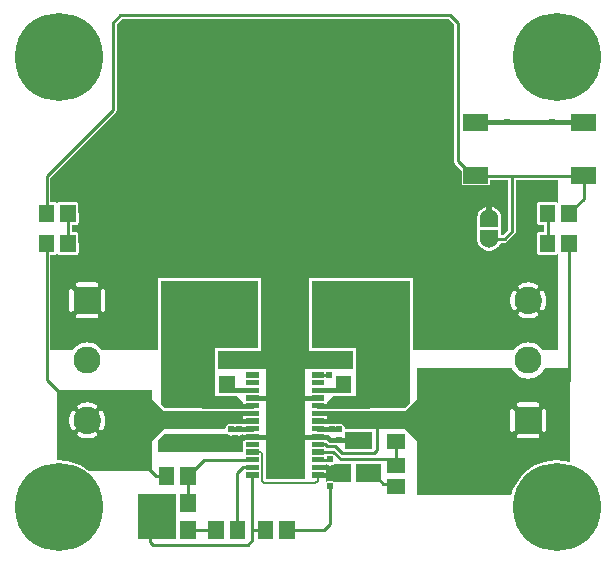
<source format=gbr>
G04 start of page 2 for group 0 idx 0 *
G04 Title: (unknown), top *
G04 Creator: pcb 20140316 *
G04 CreationDate: Thu 02 Jul 2020 08:37:42 PM GMT UTC *
G04 For: railfan *
G04 Format: Gerber/RS-274X *
G04 PCB-Dimensions (mil): 2000.00 1840.00 *
G04 PCB-Coordinate-Origin: lower left *
%MOIN*%
%FSLAX25Y25*%
%LNTOP*%
%ADD31C,0.1285*%
%ADD30C,0.0550*%
%ADD29C,0.0120*%
%ADD28C,0.0240*%
%ADD27R,0.0630X0.0630*%
%ADD26R,0.2100X0.2100*%
%ADD25R,0.2080X0.2080*%
%ADD24R,0.1201X0.1201*%
%ADD23R,0.0866X0.0866*%
%ADD22R,0.0177X0.0177*%
%ADD21R,0.0512X0.0512*%
%ADD20R,0.0550X0.0550*%
%ADD19R,0.0300X0.0300*%
%ADD18C,0.0600*%
%ADD17C,0.0900*%
%ADD16C,0.2937*%
%ADD15C,0.0080*%
%ADD14C,0.0150*%
%ADD13C,0.0200*%
%ADD12C,0.0100*%
%ADD11C,0.0001*%
G54D11*G36*
X83500Y92500D02*Y70000D01*
X51000D01*
Y92500D01*
X83500D01*
G37*
G36*
X86000Y98500D02*X99000D01*
Y26500D01*
X86000D01*
Y34953D01*
X86004Y35000D01*
X86000Y35047D01*
Y98500D01*
G37*
G36*
X51000Y92500D02*X69000D01*
Y50000D01*
X52500D01*
X51000Y51500D01*
Y92500D01*
G37*
G36*
X84500Y94500D02*X100500D01*
Y68000D01*
X84500D01*
Y94500D01*
G37*
G36*
X31426Y56000D02*X48000D01*
Y29000D01*
X31426D01*
Y42803D01*
X31430Y42805D01*
X31533Y42864D01*
X31625Y42938D01*
X31704Y43025D01*
X31766Y43125D01*
X32011Y43612D01*
X32205Y44122D01*
X32352Y44648D01*
X32451Y45184D01*
X32500Y45727D01*
Y46273D01*
X32451Y46816D01*
X32352Y47352D01*
X32205Y47878D01*
X32011Y48388D01*
X31772Y48878D01*
X31708Y48978D01*
X31628Y49066D01*
X31535Y49140D01*
X31432Y49199D01*
X31426Y49202D01*
Y56000D01*
G37*
G36*
X26502D02*X31426D01*
Y49202D01*
X31321Y49242D01*
X31205Y49266D01*
X31087Y49272D01*
X30968Y49260D01*
X30854Y49229D01*
X30745Y49180D01*
X30646Y49115D01*
X30558Y49035D01*
X30483Y48943D01*
X30424Y48840D01*
X30382Y48729D01*
X30357Y48613D01*
X30351Y48494D01*
X30364Y48376D01*
X30395Y48261D01*
X30446Y48154D01*
X30629Y47789D01*
X30774Y47407D01*
X30884Y47013D01*
X30958Y46611D01*
X30995Y46204D01*
Y45796D01*
X30958Y45389D01*
X30884Y44987D01*
X30774Y44593D01*
X30629Y44211D01*
X30450Y43844D01*
X30400Y43737D01*
X30369Y43623D01*
X30356Y43506D01*
X30362Y43388D01*
X30386Y43272D01*
X30428Y43162D01*
X30487Y43060D01*
X30561Y42968D01*
X30649Y42889D01*
X30748Y42824D01*
X30855Y42776D01*
X30969Y42745D01*
X31087Y42732D01*
X31205Y42738D01*
X31320Y42763D01*
X31426Y42803D01*
Y29000D01*
X27099D01*
X26502Y29510D01*
Y40000D01*
X26773D01*
X27316Y40049D01*
X27852Y40148D01*
X28378Y40295D01*
X28888Y40489D01*
X29378Y40728D01*
X29478Y40792D01*
X29566Y40872D01*
X29640Y40965D01*
X29699Y41068D01*
X29742Y41179D01*
X29766Y41295D01*
X29772Y41413D01*
X29760Y41532D01*
X29729Y41646D01*
X29680Y41755D01*
X29615Y41854D01*
X29535Y41942D01*
X29443Y42017D01*
X29340Y42076D01*
X29229Y42118D01*
X29113Y42143D01*
X28994Y42149D01*
X28876Y42136D01*
X28761Y42105D01*
X28654Y42054D01*
X28289Y41871D01*
X27907Y41726D01*
X27513Y41616D01*
X27111Y41542D01*
X26704Y41505D01*
X26502D01*
Y50495D01*
X26704D01*
X27111Y50458D01*
X27513Y50384D01*
X27907Y50274D01*
X28289Y50129D01*
X28656Y49950D01*
X28763Y49900D01*
X28877Y49869D01*
X28994Y49856D01*
X29112Y49862D01*
X29228Y49886D01*
X29338Y49928D01*
X29440Y49987D01*
X29532Y50061D01*
X29611Y50149D01*
X29676Y50248D01*
X29724Y50355D01*
X29755Y50469D01*
X29768Y50587D01*
X29762Y50705D01*
X29737Y50820D01*
X29695Y50930D01*
X29636Y51033D01*
X29562Y51125D01*
X29475Y51204D01*
X29375Y51266D01*
X28888Y51511D01*
X28378Y51705D01*
X27852Y51852D01*
X27316Y51951D01*
X26773Y52000D01*
X26502D01*
Y56000D01*
G37*
G36*
X21574D02*X26502D01*
Y52000D01*
X26227D01*
X25684Y51951D01*
X25148Y51852D01*
X24622Y51705D01*
X24112Y51511D01*
X23622Y51272D01*
X23522Y51208D01*
X23434Y51128D01*
X23360Y51035D01*
X23301Y50932D01*
X23258Y50821D01*
X23234Y50705D01*
X23228Y50587D01*
X23240Y50468D01*
X23271Y50354D01*
X23320Y50245D01*
X23385Y50146D01*
X23465Y50058D01*
X23557Y49983D01*
X23660Y49924D01*
X23771Y49882D01*
X23887Y49857D01*
X24006Y49851D01*
X24124Y49864D01*
X24239Y49895D01*
X24346Y49946D01*
X24711Y50129D01*
X25093Y50274D01*
X25487Y50384D01*
X25889Y50458D01*
X26296Y50495D01*
X26502D01*
Y41505D01*
X26296D01*
X25889Y41542D01*
X25487Y41616D01*
X25093Y41726D01*
X24711Y41871D01*
X24344Y42050D01*
X24237Y42100D01*
X24123Y42131D01*
X24006Y42144D01*
X23888Y42138D01*
X23772Y42114D01*
X23662Y42072D01*
X23560Y42013D01*
X23468Y41939D01*
X23389Y41851D01*
X23324Y41752D01*
X23276Y41645D01*
X23245Y41531D01*
X23232Y41413D01*
X23238Y41295D01*
X23263Y41180D01*
X23305Y41070D01*
X23364Y40967D01*
X23438Y40875D01*
X23525Y40796D01*
X23625Y40734D01*
X24112Y40489D01*
X24622Y40295D01*
X25148Y40148D01*
X25684Y40049D01*
X26227Y40000D01*
X26502D01*
Y29510D01*
X26247Y29728D01*
X24142Y31018D01*
X21862Y31962D01*
X21574Y32031D01*
Y42798D01*
X21679Y42758D01*
X21795Y42734D01*
X21913Y42728D01*
X22032Y42740D01*
X22146Y42771D01*
X22255Y42820D01*
X22354Y42885D01*
X22442Y42965D01*
X22517Y43057D01*
X22576Y43160D01*
X22618Y43271D01*
X22643Y43387D01*
X22649Y43506D01*
X22636Y43624D01*
X22605Y43739D01*
X22554Y43846D01*
X22371Y44211D01*
X22226Y44593D01*
X22116Y44987D01*
X22042Y45389D01*
X22005Y45796D01*
Y46204D01*
X22042Y46611D01*
X22116Y47013D01*
X22226Y47407D01*
X22371Y47789D01*
X22550Y48156D01*
X22600Y48263D01*
X22631Y48377D01*
X22644Y48494D01*
X22638Y48612D01*
X22614Y48728D01*
X22572Y48838D01*
X22513Y48940D01*
X22439Y49032D01*
X22351Y49111D01*
X22252Y49176D01*
X22145Y49224D01*
X22031Y49255D01*
X21913Y49268D01*
X21795Y49262D01*
X21680Y49237D01*
X21574Y49197D01*
Y56000D01*
G37*
G36*
X16500D02*X21574D01*
Y49197D01*
X21570Y49195D01*
X21467Y49136D01*
X21375Y49062D01*
X21296Y48975D01*
X21234Y48875D01*
X20989Y48388D01*
X20795Y47878D01*
X20648Y47352D01*
X20549Y46816D01*
X20500Y46273D01*
Y45727D01*
X20549Y45184D01*
X20648Y44648D01*
X20795Y44122D01*
X20989Y43612D01*
X21228Y43122D01*
X21292Y43022D01*
X21372Y42934D01*
X21465Y42860D01*
X21568Y42801D01*
X21574Y42798D01*
Y32031D01*
X19461Y32539D01*
X17000Y32732D01*
X16500Y32693D01*
Y56000D01*
G37*
G36*
X50000Y48000D02*X52000Y43000D01*
X48000Y39000D01*
X40000Y41000D01*
Y51000D01*
X48000Y53000D01*
X52000Y49000D01*
X50000Y48000D01*
G37*
G36*
X56000Y21500D02*Y6500D01*
X43500D01*
Y21500D01*
X56000D01*
G37*
G36*
X178426Y101050D02*X182673Y101057D01*
X182826Y101094D01*
X182971Y101154D01*
X183106Y101236D01*
X183225Y101339D01*
X183328Y101458D01*
X183410Y101593D01*
X183470Y101738D01*
X183500Y101863D01*
Y69500D01*
X178426D01*
Y82803D01*
X178430Y82805D01*
X178533Y82864D01*
X178625Y82938D01*
X178704Y83025D01*
X178766Y83125D01*
X179011Y83612D01*
X179205Y84122D01*
X179352Y84648D01*
X179451Y85184D01*
X179500Y85727D01*
Y86273D01*
X179451Y86816D01*
X179352Y87352D01*
X179205Y87878D01*
X179011Y88388D01*
X178772Y88878D01*
X178708Y88978D01*
X178628Y89066D01*
X178535Y89140D01*
X178432Y89199D01*
X178426Y89202D01*
Y101050D01*
G37*
G36*
Y111050D02*X178657Y111050D01*
Y108945D01*
X178426Y108945D01*
Y111050D01*
G37*
G36*
Y126300D02*X183500D01*
Y118137D01*
X183470Y118262D01*
X183410Y118407D01*
X183328Y118542D01*
X183225Y118661D01*
X183106Y118764D01*
X182971Y118846D01*
X182826Y118906D01*
X182673Y118943D01*
X182516Y118952D01*
X178426Y118945D01*
Y126300D01*
G37*
G36*
X173502D02*X178426D01*
Y118945D01*
X177241Y118943D01*
X177088Y118906D01*
X176943Y118846D01*
X176808Y118764D01*
X176689Y118661D01*
X176586Y118542D01*
X176504Y118407D01*
X176444Y118262D01*
X176407Y118109D01*
X176398Y117952D01*
X176407Y111891D01*
X176444Y111738D01*
X176504Y111593D01*
X176586Y111458D01*
X176689Y111339D01*
X176808Y111236D01*
X176943Y111154D01*
X177088Y111094D01*
X177241Y111057D01*
X177398Y111048D01*
X178426Y111050D01*
Y108945D01*
X177241Y108943D01*
X177088Y108906D01*
X176943Y108846D01*
X176808Y108764D01*
X176689Y108661D01*
X176586Y108542D01*
X176504Y108407D01*
X176444Y108262D01*
X176407Y108109D01*
X176398Y107952D01*
X176407Y101891D01*
X176444Y101738D01*
X176504Y101593D01*
X176586Y101458D01*
X176689Y101339D01*
X176808Y101236D01*
X176943Y101154D01*
X177088Y101094D01*
X177241Y101057D01*
X177398Y101048D01*
X178426Y101050D01*
Y89202D01*
X178321Y89242D01*
X178205Y89266D01*
X178087Y89272D01*
X177968Y89260D01*
X177854Y89229D01*
X177745Y89180D01*
X177646Y89115D01*
X177558Y89035D01*
X177483Y88943D01*
X177424Y88840D01*
X177382Y88729D01*
X177357Y88613D01*
X177351Y88494D01*
X177364Y88376D01*
X177395Y88261D01*
X177446Y88154D01*
X177629Y87789D01*
X177774Y87407D01*
X177884Y87013D01*
X177958Y86611D01*
X177995Y86204D01*
Y85796D01*
X177958Y85389D01*
X177884Y84987D01*
X177774Y84593D01*
X177629Y84211D01*
X177450Y83844D01*
X177400Y83737D01*
X177369Y83623D01*
X177356Y83506D01*
X177362Y83388D01*
X177386Y83272D01*
X177428Y83162D01*
X177487Y83060D01*
X177561Y82968D01*
X177649Y82889D01*
X177748Y82824D01*
X177855Y82776D01*
X177969Y82745D01*
X178087Y82732D01*
X178205Y82738D01*
X178320Y82763D01*
X178426Y82803D01*
Y69500D01*
X178392D01*
X178369Y69538D01*
X177756Y70256D01*
X177038Y70869D01*
X176232Y71363D01*
X175360Y71724D01*
X174442Y71944D01*
X173502Y72018D01*
Y80000D01*
X173773D01*
X174316Y80049D01*
X174852Y80148D01*
X175378Y80295D01*
X175888Y80489D01*
X176378Y80728D01*
X176478Y80792D01*
X176566Y80872D01*
X176640Y80965D01*
X176699Y81068D01*
X176742Y81179D01*
X176766Y81295D01*
X176772Y81413D01*
X176760Y81532D01*
X176729Y81646D01*
X176680Y81755D01*
X176615Y81854D01*
X176535Y81942D01*
X176443Y82017D01*
X176340Y82076D01*
X176229Y82118D01*
X176113Y82143D01*
X175994Y82149D01*
X175876Y82136D01*
X175761Y82105D01*
X175654Y82054D01*
X175289Y81871D01*
X174907Y81726D01*
X174513Y81616D01*
X174111Y81542D01*
X173704Y81505D01*
X173502D01*
Y90495D01*
X173704D01*
X174111Y90458D01*
X174513Y90384D01*
X174907Y90274D01*
X175289Y90129D01*
X175656Y89950D01*
X175763Y89900D01*
X175877Y89869D01*
X175994Y89856D01*
X176112Y89862D01*
X176228Y89886D01*
X176338Y89928D01*
X176440Y89987D01*
X176532Y90061D01*
X176611Y90149D01*
X176676Y90248D01*
X176724Y90355D01*
X176755Y90469D01*
X176768Y90587D01*
X176762Y90705D01*
X176737Y90820D01*
X176695Y90930D01*
X176636Y91033D01*
X176562Y91125D01*
X176475Y91204D01*
X176375Y91266D01*
X175888Y91511D01*
X175378Y91705D01*
X174852Y91852D01*
X174316Y91951D01*
X173773Y92000D01*
X173502D01*
Y126300D01*
G37*
G36*
X168574Y107736D02*X168883Y108045D01*
X168922Y108078D01*
X169055Y108233D01*
X169055Y108234D01*
X169162Y108408D01*
X169240Y108597D01*
X169288Y108796D01*
X169304Y109000D01*
X169300Y109051D01*
Y126300D01*
X173502D01*
Y92000D01*
X173227D01*
X172684Y91951D01*
X172148Y91852D01*
X171622Y91705D01*
X171112Y91511D01*
X170622Y91272D01*
X170522Y91208D01*
X170434Y91128D01*
X170360Y91035D01*
X170301Y90932D01*
X170258Y90821D01*
X170234Y90705D01*
X170228Y90587D01*
X170240Y90468D01*
X170271Y90354D01*
X170320Y90245D01*
X170385Y90146D01*
X170465Y90058D01*
X170557Y89983D01*
X170660Y89924D01*
X170771Y89882D01*
X170887Y89857D01*
X171006Y89851D01*
X171124Y89864D01*
X171239Y89895D01*
X171346Y89946D01*
X171711Y90129D01*
X172093Y90274D01*
X172487Y90384D01*
X172889Y90458D01*
X173296Y90495D01*
X173502D01*
Y81505D01*
X173296D01*
X172889Y81542D01*
X172487Y81616D01*
X172093Y81726D01*
X171711Y81871D01*
X171344Y82050D01*
X171237Y82100D01*
X171123Y82131D01*
X171006Y82144D01*
X170888Y82138D01*
X170772Y82114D01*
X170662Y82072D01*
X170560Y82013D01*
X170468Y81939D01*
X170389Y81851D01*
X170324Y81752D01*
X170276Y81645D01*
X170245Y81531D01*
X170232Y81413D01*
X170238Y81295D01*
X170263Y81180D01*
X170305Y81070D01*
X170364Y80967D01*
X170438Y80875D01*
X170525Y80796D01*
X170625Y80734D01*
X171112Y80489D01*
X171622Y80295D01*
X172148Y80148D01*
X172684Y80049D01*
X173227Y80000D01*
X173502D01*
Y72018D01*
X173500Y72019D01*
X172558Y71944D01*
X171640Y71724D01*
X170768Y71363D01*
X169962Y70869D01*
X169244Y70256D01*
X168631Y69538D01*
X168608Y69500D01*
X168574D01*
Y82798D01*
X168679Y82758D01*
X168795Y82734D01*
X168913Y82728D01*
X169032Y82740D01*
X169146Y82771D01*
X169255Y82820D01*
X169354Y82885D01*
X169442Y82965D01*
X169517Y83057D01*
X169576Y83160D01*
X169618Y83271D01*
X169643Y83387D01*
X169649Y83506D01*
X169636Y83624D01*
X169605Y83739D01*
X169554Y83846D01*
X169371Y84211D01*
X169226Y84593D01*
X169116Y84987D01*
X169042Y85389D01*
X169005Y85796D01*
Y86204D01*
X169042Y86611D01*
X169116Y87013D01*
X169226Y87407D01*
X169371Y87789D01*
X169550Y88156D01*
X169600Y88263D01*
X169631Y88377D01*
X169644Y88494D01*
X169638Y88612D01*
X169614Y88728D01*
X169572Y88838D01*
X169513Y88940D01*
X169439Y89032D01*
X169351Y89111D01*
X169252Y89176D01*
X169145Y89224D01*
X169031Y89255D01*
X168913Y89268D01*
X168795Y89262D01*
X168680Y89237D01*
X168574Y89197D01*
Y107736D01*
G37*
G36*
X164496Y107900D02*X164491Y109757D01*
X164454Y109910D01*
X164417Y110000D01*
X164454Y110090D01*
X164491Y110243D01*
X164500Y110400D01*
X164492Y113258D01*
X164500Y113400D01*
X164491Y113557D01*
Y113557D01*
X164491Y113557D01*
X164463Y114028D01*
X164316Y114640D01*
X164075Y115222D01*
X163746Y115758D01*
X163337Y116237D01*
X162858Y116646D01*
X162322Y116975D01*
X161740Y117216D01*
X161128Y117363D01*
X160500Y117412D01*
X159872Y117363D01*
X159260Y117216D01*
X158678Y116975D01*
X158142Y116646D01*
X157663Y116237D01*
X157254Y115758D01*
X156925Y115222D01*
X156684Y114640D01*
X156537Y114028D01*
X156488Y113400D01*
X156500Y113237D01*
X156509Y110243D01*
X156546Y110090D01*
X156583Y110000D01*
X156546Y109910D01*
X156509Y109757D01*
X156500Y109600D01*
X156508Y106859D01*
X156488Y106600D01*
X156537Y105972D01*
X156684Y105360D01*
X156925Y104778D01*
X157254Y104242D01*
X157663Y103763D01*
X158142Y103354D01*
X158678Y103025D01*
X159260Y102784D01*
X159872Y102637D01*
X160500Y102588D01*
X161128Y102637D01*
X161740Y102784D01*
X162322Y103025D01*
X162858Y103354D01*
X163337Y103763D01*
X163746Y104242D01*
X164075Y104778D01*
X164291Y105300D01*
X165549D01*
X165600Y105296D01*
X165804Y105312D01*
X165804Y105312D01*
X166003Y105360D01*
X166192Y105438D01*
X166366Y105545D01*
X166522Y105678D01*
X166555Y105717D01*
X168574Y107736D01*
Y89197D01*
X168570Y89195D01*
X168467Y89136D01*
X168375Y89062D01*
X168296Y88975D01*
X168234Y88875D01*
X167989Y88388D01*
X167795Y87878D01*
X167648Y87352D01*
X167549Y86816D01*
X167500Y86273D01*
Y85727D01*
X167549Y85184D01*
X167648Y84648D01*
X167795Y84122D01*
X167989Y83612D01*
X168228Y83122D01*
X168292Y83022D01*
X168372Y82934D01*
X168465Y82860D01*
X168568Y82801D01*
X168574Y82798D01*
Y69500D01*
X135000D01*
Y93500D01*
X50000D01*
Y69500D01*
X31750D01*
Y82248D01*
X31868Y82257D01*
X31982Y82285D01*
X32092Y82330D01*
X32192Y82391D01*
X32282Y82468D01*
X32359Y82558D01*
X32420Y82658D01*
X32465Y82768D01*
X32493Y82882D01*
X32500Y83000D01*
Y89000D01*
X32493Y89118D01*
X32465Y89232D01*
X32420Y89342D01*
X32359Y89442D01*
X32282Y89532D01*
X32192Y89609D01*
X32092Y89670D01*
X31982Y89715D01*
X31868Y89743D01*
X31750Y89752D01*
Y144412D01*
X35883Y148545D01*
X35922Y148578D01*
X36055Y148733D01*
X36055Y148734D01*
X36162Y148908D01*
X36240Y149097D01*
X36288Y149296D01*
X36304Y149500D01*
X36300Y149551D01*
Y177962D01*
X38038Y179700D01*
X146962D01*
X148700Y177962D01*
Y132551D01*
X148696Y132500D01*
X148712Y132296D01*
X148712Y132296D01*
X148760Y132097D01*
X148838Y131908D01*
X148879Y131842D01*
X148945Y131734D01*
X148945Y131733D01*
X149078Y131578D01*
X149117Y131545D01*
X151401Y129261D01*
X151405Y124772D01*
X151423Y124695D01*
X151453Y124622D01*
X151494Y124555D01*
X151545Y124495D01*
X151605Y124444D01*
X151672Y124403D01*
X151745Y124373D01*
X151822Y124355D01*
X151900Y124350D01*
X160278Y124355D01*
X160355Y124373D01*
X160428Y124403D01*
X160495Y124444D01*
X160555Y124495D01*
X160606Y124555D01*
X160647Y124622D01*
X160677Y124695D01*
X160695Y124772D01*
X160700Y124850D01*
X160699Y126300D01*
X166700D01*
Y109538D01*
X165062Y107900D01*
X164496D01*
G37*
G36*
X31750Y69500D02*X31392D01*
X31369Y69538D01*
X30756Y70256D01*
X30038Y70869D01*
X29232Y71363D01*
X28360Y71724D01*
X27442Y71944D01*
X26500Y72019D01*
Y80000D01*
X29500D01*
X29618Y80007D01*
X29732Y80035D01*
X29842Y80080D01*
X29942Y80141D01*
X30032Y80218D01*
X30109Y80308D01*
X30170Y80408D01*
X30215Y80518D01*
X30243Y80632D01*
X30252Y80750D01*
X30243Y80868D01*
X30215Y80982D01*
X30170Y81092D01*
X30109Y81192D01*
X30032Y81282D01*
X29942Y81359D01*
X29842Y81420D01*
X29732Y81465D01*
X29618Y81493D01*
X29500Y81500D01*
X26500D01*
Y90500D01*
X29500D01*
X29618Y90507D01*
X29732Y90535D01*
X29842Y90580D01*
X29942Y90641D01*
X30032Y90718D01*
X30109Y90808D01*
X30170Y90908D01*
X30215Y91018D01*
X30243Y91132D01*
X30252Y91250D01*
X30243Y91368D01*
X30215Y91482D01*
X30170Y91592D01*
X30109Y91692D01*
X30032Y91782D01*
X29942Y91859D01*
X29842Y91920D01*
X29732Y91965D01*
X29618Y91993D01*
X29500Y92000D01*
X26500D01*
Y139162D01*
X31750Y144412D01*
Y89752D01*
X31632Y89743D01*
X31518Y89715D01*
X31408Y89670D01*
X31308Y89609D01*
X31218Y89532D01*
X31141Y89442D01*
X31080Y89342D01*
X31035Y89232D01*
X31007Y89118D01*
X31000Y89000D01*
Y83000D01*
X31007Y82882D01*
X31035Y82768D01*
X31080Y82658D01*
X31141Y82558D01*
X31218Y82468D01*
X31308Y82391D01*
X31408Y82330D01*
X31518Y82285D01*
X31632Y82257D01*
X31750Y82248D01*
Y69500D01*
G37*
G36*
X26500Y72019D02*X26500D01*
X25558Y71944D01*
X24640Y71724D01*
X23768Y71363D01*
X22962Y70869D01*
X22244Y70256D01*
X21631Y69538D01*
X21608Y69500D01*
X21250D01*
Y82248D01*
X21368Y82257D01*
X21482Y82285D01*
X21592Y82330D01*
X21692Y82391D01*
X21782Y82468D01*
X21859Y82558D01*
X21920Y82658D01*
X21965Y82768D01*
X21993Y82882D01*
X22000Y83000D01*
Y89000D01*
X21993Y89118D01*
X21965Y89232D01*
X21920Y89342D01*
X21859Y89442D01*
X21782Y89532D01*
X21692Y89609D01*
X21592Y89670D01*
X21482Y89715D01*
X21368Y89743D01*
X21250Y89752D01*
Y101055D01*
X22759Y101057D01*
X22912Y101094D01*
X23057Y101154D01*
X23192Y101236D01*
X23311Y101339D01*
X23414Y101458D01*
X23496Y101593D01*
X23556Y101738D01*
X23593Y101891D01*
X23602Y102048D01*
X23593Y108109D01*
X23556Y108262D01*
X23496Y108407D01*
X23414Y108542D01*
X23311Y108661D01*
X23192Y108764D01*
X23057Y108846D01*
X22912Y108906D01*
X22759Y108943D01*
X22602Y108952D01*
X21343Y108950D01*
Y111055D01*
X22759Y111057D01*
X22912Y111094D01*
X23057Y111154D01*
X23192Y111236D01*
X23311Y111339D01*
X23414Y111458D01*
X23496Y111593D01*
X23556Y111738D01*
X23593Y111891D01*
X23602Y112048D01*
X23593Y118109D01*
X23556Y118262D01*
X23496Y118407D01*
X23414Y118542D01*
X23311Y118661D01*
X23192Y118764D01*
X23057Y118846D01*
X22912Y118906D01*
X22759Y118943D01*
X22602Y118952D01*
X21250Y118950D01*
Y133912D01*
X26500Y139162D01*
Y92000D01*
X23500D01*
X23382Y91993D01*
X23268Y91965D01*
X23158Y91920D01*
X23058Y91859D01*
X22968Y91782D01*
X22891Y91692D01*
X22830Y91592D01*
X22785Y91482D01*
X22757Y91368D01*
X22748Y91250D01*
X22757Y91132D01*
X22785Y91018D01*
X22830Y90908D01*
X22891Y90808D01*
X22968Y90718D01*
X23058Y90641D01*
X23158Y90580D01*
X23268Y90535D01*
X23382Y90507D01*
X23500Y90500D01*
X26500D01*
Y81500D01*
X23500D01*
X23382Y81493D01*
X23268Y81465D01*
X23158Y81420D01*
X23058Y81359D01*
X22968Y81282D01*
X22891Y81192D01*
X22830Y81092D01*
X22785Y80982D01*
X22757Y80868D01*
X22748Y80750D01*
X22757Y80632D01*
X22785Y80518D01*
X22830Y80408D01*
X22891Y80308D01*
X22968Y80218D01*
X23058Y80141D01*
X23158Y80080D01*
X23268Y80035D01*
X23382Y80007D01*
X23500Y80000D01*
X26500D01*
Y72019D01*
G37*
G36*
X21250Y118950D02*X17327Y118943D01*
X17174Y118906D01*
X17029Y118846D01*
X16894Y118764D01*
X16775Y118661D01*
X16672Y118542D01*
X16590Y118407D01*
X16530Y118262D01*
X16500Y118137D01*
X16470Y118262D01*
X16410Y118407D01*
X16328Y118542D01*
X16225Y118661D01*
X16106Y118764D01*
X15971Y118846D01*
X15826Y118906D01*
X15673Y118943D01*
X15516Y118952D01*
X14257Y118950D01*
Y126919D01*
X21250Y133912D01*
Y118950D01*
G37*
G36*
Y69500D02*X14257D01*
Y101055D01*
X15673Y101057D01*
X15826Y101094D01*
X15971Y101154D01*
X16106Y101236D01*
X16225Y101339D01*
X16328Y101458D01*
X16410Y101593D01*
X16470Y101738D01*
X16500Y101863D01*
X16530Y101738D01*
X16590Y101593D01*
X16672Y101458D01*
X16775Y101339D01*
X16894Y101236D01*
X17029Y101154D01*
X17174Y101094D01*
X17327Y101057D01*
X17484Y101048D01*
X21250Y101055D01*
Y89752D01*
X21132Y89743D01*
X21018Y89715D01*
X20908Y89670D01*
X20808Y89609D01*
X20718Y89532D01*
X20641Y89442D01*
X20580Y89342D01*
X20535Y89232D01*
X20507Y89118D01*
X20500Y89000D01*
Y83000D01*
X20507Y82882D01*
X20535Y82768D01*
X20580Y82658D01*
X20641Y82558D01*
X20718Y82468D01*
X20808Y82391D01*
X20908Y82330D01*
X21018Y82285D01*
X21132Y82257D01*
X21250Y82248D01*
Y69500D01*
G37*
G36*
X70000Y69000D02*X115000D01*
Y63000D01*
X107721D01*
X107620Y63042D01*
X107314Y63115D01*
X107000Y63140D01*
X106686Y63115D01*
X106380Y63042D01*
X106279Y63000D01*
X105694D01*
X105649Y63011D01*
X105492Y63020D01*
X101201Y63011D01*
X101156Y63000D01*
X83844D01*
X83799Y63011D01*
X83642Y63020D01*
X79351Y63011D01*
X79306Y63000D01*
X70000D01*
Y69000D01*
G37*
G36*
X78514Y50500D02*X68000D01*
Y54000D01*
X76500D01*
X78525Y51975D01*
X78517Y51941D01*
X78508Y51784D01*
X78514Y50500D01*
G37*
G36*
X78500Y49000D02*Y44770D01*
X77939D01*
X77911Y44788D01*
X77620Y44908D01*
X77314Y44981D01*
X77000Y45006D01*
X76686Y44981D01*
X76380Y44908D01*
X76089Y44788D01*
X76061Y44770D01*
X75439D01*
X75411Y44788D01*
X75120Y44908D01*
X74814Y44981D01*
X74500Y45006D01*
X74186Y44981D01*
X73880Y44908D01*
X73589Y44788D01*
X73321Y44623D01*
X73081Y44419D01*
X72877Y44179D01*
X72712Y43911D01*
X72592Y43620D01*
X72519Y43314D01*
X72494Y43000D01*
X46000D01*
Y49000D01*
X78500D01*
G37*
G36*
X52000Y41500D02*X72500D01*
Y35500D01*
X50000D01*
Y39500D01*
X52000Y41500D01*
G37*
G36*
X71000D02*X73177D01*
X73321Y41377D01*
X73589Y41212D01*
X73880Y41092D01*
X74186Y41019D01*
X74500Y40994D01*
X74814Y41019D01*
X75120Y41092D01*
X75411Y41212D01*
X75679Y41377D01*
X75750Y41437D01*
X75821Y41377D01*
X76089Y41212D01*
X76380Y41092D01*
X76686Y41019D01*
X77000Y40994D01*
X77314Y41019D01*
X77620Y41092D01*
X77911Y41212D01*
X78179Y41377D01*
X78323Y41500D01*
X78500D01*
Y35500D01*
X71000D01*
Y41500D01*
G37*
G36*
X106475Y51975D02*X108500Y54000D01*
X117000D01*
Y50500D01*
X106490D01*
X106483Y51941D01*
X106475Y51975D01*
G37*
G36*
X101500Y92500D02*X134000D01*
Y70000D01*
X101500D01*
Y92500D01*
G37*
G36*
X106500Y49000D02*X166000D01*
Y43000D01*
X112500D01*
X112481Y43314D01*
X112408Y43620D01*
X112288Y43911D01*
X112123Y44179D01*
X111919Y44419D01*
X111679Y44623D01*
X111411Y44788D01*
X111120Y44908D01*
X110814Y44981D01*
X110500Y45006D01*
X110186Y44981D01*
X109880Y44908D01*
X109589Y44788D01*
X109561Y44770D01*
X108939D01*
X108911Y44788D01*
X108620Y44908D01*
X108314Y44981D01*
X108000Y45006D01*
X107686Y44981D01*
X107380Y44908D01*
X107089Y44788D01*
X107061Y44770D01*
X106500D01*
Y49000D01*
G37*
G36*
X178750Y63084D02*X178863Y63268D01*
X178959Y63500D01*
X187500D01*
Y32049D01*
X185461Y32539D01*
X183000Y32732D01*
X180539Y32539D01*
X178750Y32109D01*
Y42248D01*
X178868Y42257D01*
X178982Y42285D01*
X179092Y42330D01*
X179192Y42391D01*
X179282Y42468D01*
X179359Y42558D01*
X179420Y42658D01*
X179465Y42768D01*
X179493Y42882D01*
X179500Y43000D01*
Y49000D01*
X179493Y49118D01*
X179465Y49232D01*
X179420Y49342D01*
X179359Y49442D01*
X179282Y49532D01*
X179192Y49609D01*
X179092Y49670D01*
X178982Y49715D01*
X178868Y49743D01*
X178750Y49752D01*
Y63084D01*
G37*
G36*
X173500Y59981D02*X174442Y60056D01*
X175360Y60276D01*
X176232Y60637D01*
X177038Y61131D01*
X177756Y61744D01*
X178369Y62462D01*
X178750Y63084D01*
Y49752D01*
X178632Y49743D01*
X178518Y49715D01*
X178408Y49670D01*
X178308Y49609D01*
X178218Y49532D01*
X178141Y49442D01*
X178080Y49342D01*
X178035Y49232D01*
X178007Y49118D01*
X178000Y49000D01*
Y43000D01*
X178007Y42882D01*
X178035Y42768D01*
X178080Y42658D01*
X178141Y42558D01*
X178218Y42468D01*
X178308Y42391D01*
X178408Y42330D01*
X178518Y42285D01*
X178632Y42257D01*
X178750Y42248D01*
Y32109D01*
X178138Y31962D01*
X175858Y31018D01*
X173753Y29728D01*
X173500Y29512D01*
Y40000D01*
X176500D01*
X176618Y40007D01*
X176732Y40035D01*
X176842Y40080D01*
X176942Y40141D01*
X177032Y40218D01*
X177109Y40308D01*
X177170Y40408D01*
X177215Y40518D01*
X177243Y40632D01*
X177252Y40750D01*
X177243Y40868D01*
X177215Y40982D01*
X177170Y41092D01*
X177109Y41192D01*
X177032Y41282D01*
X176942Y41359D01*
X176842Y41420D01*
X176732Y41465D01*
X176618Y41493D01*
X176500Y41500D01*
X173500D01*
Y50500D01*
X176500D01*
X176618Y50507D01*
X176732Y50535D01*
X176842Y50580D01*
X176942Y50641D01*
X177032Y50718D01*
X177109Y50808D01*
X177170Y50908D01*
X177215Y51018D01*
X177243Y51132D01*
X177252Y51250D01*
X177243Y51368D01*
X177215Y51482D01*
X177170Y51592D01*
X177109Y51692D01*
X177032Y51782D01*
X176942Y51859D01*
X176842Y51920D01*
X176732Y51965D01*
X176618Y51993D01*
X176500Y52000D01*
X173500D01*
Y59981D01*
G37*
G36*
X168250Y63084D02*X168631Y62462D01*
X169244Y61744D01*
X169962Y61131D01*
X170768Y60637D01*
X171640Y60276D01*
X172558Y60056D01*
X173500Y59981D01*
X173500D01*
Y52000D01*
X170500D01*
X170382Y51993D01*
X170268Y51965D01*
X170158Y51920D01*
X170058Y51859D01*
X169968Y51782D01*
X169891Y51692D01*
X169830Y51592D01*
X169785Y51482D01*
X169757Y51368D01*
X169748Y51250D01*
X169757Y51132D01*
X169785Y51018D01*
X169830Y50908D01*
X169891Y50808D01*
X169968Y50718D01*
X170058Y50641D01*
X170158Y50580D01*
X170268Y50535D01*
X170382Y50507D01*
X170500Y50500D01*
X173500D01*
Y41500D01*
X170500D01*
X170382Y41493D01*
X170268Y41465D01*
X170158Y41420D01*
X170058Y41359D01*
X169968Y41282D01*
X169891Y41192D01*
X169830Y41092D01*
X169785Y40982D01*
X169757Y40868D01*
X169748Y40750D01*
X169757Y40632D01*
X169785Y40518D01*
X169830Y40408D01*
X169891Y40308D01*
X169968Y40218D01*
X170058Y40141D01*
X170158Y40080D01*
X170268Y40035D01*
X170382Y40007D01*
X170500Y40000D01*
X173500D01*
Y29512D01*
X171876Y28124D01*
X170272Y26247D01*
X168982Y24142D01*
X168250Y22374D01*
Y42248D01*
X168368Y42257D01*
X168482Y42285D01*
X168592Y42330D01*
X168692Y42391D01*
X168782Y42468D01*
X168859Y42558D01*
X168920Y42658D01*
X168965Y42768D01*
X168993Y42882D01*
X169000Y43000D01*
Y49000D01*
X168993Y49118D01*
X168965Y49232D01*
X168920Y49342D01*
X168859Y49442D01*
X168782Y49532D01*
X168692Y49609D01*
X168592Y49670D01*
X168482Y49715D01*
X168368Y49743D01*
X168250Y49752D01*
Y63084D01*
G37*
G36*
X136500Y21000D02*Y63500D01*
X168041D01*
X168137Y63268D01*
X168250Y63084D01*
Y49752D01*
X168132Y49743D01*
X168018Y49715D01*
X167908Y49670D01*
X167808Y49609D01*
X167718Y49532D01*
X167641Y49442D01*
X167580Y49342D01*
X167535Y49232D01*
X167507Y49118D01*
X167500Y49000D01*
Y43000D01*
X167507Y42882D01*
X167535Y42768D01*
X167580Y42658D01*
X167641Y42558D01*
X167718Y42468D01*
X167808Y42391D01*
X167908Y42330D01*
X168018Y42285D01*
X168132Y42257D01*
X168250Y42248D01*
Y22374D01*
X168038Y21862D01*
X167831Y21000D01*
X136500D01*
G37*
G36*
X134500Y48000D02*X132500Y49000D01*
X136500Y53000D01*
X144500Y51000D01*
Y41000D01*
X136500Y39000D01*
X132500Y43000D01*
X134500Y48000D01*
G37*
G36*
X134000Y92500D02*Y51500D01*
X132500Y50000D01*
X116000D01*
Y92500D01*
X134000D01*
G37*
G36*
X114500Y31500D02*Y25500D01*
X108823D01*
X108679Y25623D01*
X108411Y25788D01*
X108120Y25908D01*
X107814Y25981D01*
X107500Y26006D01*
X107186Y25981D01*
X106880Y25908D01*
X106589Y25788D01*
X106321Y25623D01*
X106177Y25500D01*
X106000D01*
Y31236D01*
X106082Y31286D01*
X106201Y31389D01*
X106246Y31441D01*
X106321Y31377D01*
X106589Y31212D01*
X106880Y31092D01*
X107186Y31019D01*
X107500Y30994D01*
X107814Y31019D01*
X108120Y31092D01*
X108411Y31212D01*
X108679Y31377D01*
X108823Y31500D01*
X114500D01*
G37*
G36*
X116000D02*X124500D01*
Y26139D01*
X124451Y26119D01*
X124276Y26012D01*
X124121Y25879D01*
X123988Y25724D01*
X123881Y25549D01*
X123861Y25500D01*
X116000D01*
Y31500D01*
G37*
G36*
X121500Y36500D02*X112500D01*
Y42000D01*
X121500D01*
Y36500D01*
G37*
G54D12*X179957Y105000D02*Y115000D01*
X191950Y127600D02*Y119907D01*
X187043Y115000D01*
X160500Y106600D02*X165600D01*
X168000Y109000D01*
Y127600D01*
X156050D02*X191950D01*
G54D13*X160500Y113400D02*Y119000D01*
G54D14*X191950Y145500D02*X156050D01*
G54D12*X150000Y178500D02*Y132500D01*
X155000Y127500D01*
X187000Y59000D02*Y105000D01*
X103425Y61134D02*X107000D01*
X150000Y178500D02*X147500Y181000D01*
X37500D02*X147500D01*
G54D14*X81575Y56016D02*X73043D01*
X81575Y50898D02*X65000D01*
X81575Y45780D02*X71000D01*
X81575Y48339D02*X70000D01*
X81575Y43220D02*X74500D01*
G54D15*X81575Y35543D02*X84257D01*
X84800Y35000D01*
G54D14*X81575Y40661D02*X103425D01*
X78661D02*X77500Y39500D01*
X81575Y40661D02*X78661D01*
G54D15*X84800Y35000D02*Y25700D01*
X85500Y25000D02*X102500D01*
X103425Y25925D01*
Y27866D01*
G54D12*X81575Y30425D02*X78425D01*
X76543Y28543D01*
G54D14*X103425Y56016D02*X111957D01*
X81575Y53457D02*X103425D01*
Y50898D02*X120000D01*
X103425Y48339D02*X112000D01*
G54D12*X26500Y46000D02*X12957Y59543D01*
Y106500D01*
X20043Y105000D02*Y115000D01*
X12957D02*Y127457D01*
X35000Y149500D01*
Y178500D01*
X37500Y181000D01*
G54D15*X84800Y25700D02*X85500Y25000D01*
G54D12*X81575Y32984D02*X65527D01*
X52957Y27500D02*X49500D01*
X45500Y31500D01*
X60043Y18500D02*Y27500D01*
X65527Y32984D02*X60043Y27500D01*
Y9500D02*X69457D01*
X76543Y28543D02*Y9500D01*
X81500Y6000D02*Y27866D01*
X85957Y9500D02*X81500D01*
X47500Y9000D02*Y5500D01*
X48500Y4500D01*
X80000D01*
X81500Y6000D01*
X129500Y24957D02*X125043D01*
X123000Y27000D01*
X103425Y35543D02*X108457D01*
X103425Y32984D02*X107484D01*
X107500Y33000D01*
G54D14*X103425Y27866D02*X111457D01*
X103425Y30425D02*X106500D01*
G54D12*X108457Y35543D02*X111000Y33000D01*
X107500Y24000D02*Y11500D01*
X105500Y9500D01*
X93043D01*
X111000Y33000D02*X129500D01*
Y38957D02*Y32043D01*
G54D14*X103425Y43220D02*X110500D01*
X103425Y40661D02*X106339D01*
X103425Y45780D02*X115500D01*
G54D12*X111500Y35000D02*X122000D01*
X123000Y36000D01*
Y46000D01*
G54D14*X106339Y40661D02*X107500Y39500D01*
G54D12*X103425Y38102D02*X105898D01*
X106500Y37500D01*
X109000D01*
X111500Y35000D01*
G54D14*X107500Y39500D02*X115500D01*
G54D11*G36*
X22000Y90500D02*Y81500D01*
X31000D01*
Y90500D01*
X22000D01*
G37*
G54D16*X17000Y167000D03*
G54D11*G36*
X169000Y50500D02*Y41500D01*
X178000D01*
Y50500D01*
X169000D01*
G37*
G54D17*X173500Y66000D03*
Y86000D03*
G54D16*X17000Y17000D03*
G54D17*X26500Y66000D03*
Y46000D03*
G54D16*X183000Y167000D03*
Y17000D03*
G54D18*X160500Y106600D03*
G54D19*X159000Y108100D02*X162000D01*
G54D18*X160500Y113400D03*
G54D19*X159000Y111900D02*X162000D01*
G54D20*X154650Y127600D02*X157450D01*
X154650Y145400D02*X157450D01*
G54D21*X20043Y105393D02*Y104607D01*
X12957Y105393D02*Y104607D01*
Y115393D02*Y114607D01*
X20043Y115393D02*Y114607D01*
X179957Y105393D02*Y104607D01*
X187043Y105393D02*Y104607D01*
Y115393D02*Y114607D01*
X179957Y115393D02*Y114607D01*
G54D20*X190550Y127600D02*X193350D01*
X190550Y145400D02*X193350D01*
G54D21*X85957Y9893D02*Y9107D01*
X93043Y9893D02*Y9107D01*
G54D22*X80394Y35543D02*X82756D01*
X80394Y32984D02*X82756D01*
X80394Y30425D02*X82756D01*
X80394Y27866D02*X82756D01*
G54D23*X92500Y51980D02*Y37020D01*
G54D24*Y53378D02*Y35622D01*
G54D25*X90400Y168100D02*X94600D01*
G54D22*X80394Y61134D02*X82756D01*
X80394Y58575D02*X82756D01*
X80394Y56016D02*X82756D01*
X80394Y53457D02*X82756D01*
X80394Y50898D02*X82756D01*
G54D26*X72500Y81700D02*Y80700D01*
G54D21*X65957Y58393D02*Y57607D01*
X73043Y58393D02*Y57607D01*
G54D22*X102244Y27866D02*X104606D01*
X102244Y30425D02*X104606D01*
X102244Y32984D02*X104606D01*
G54D21*X111457Y28893D02*Y28107D01*
X118543Y28893D02*Y28107D01*
G54D22*X102244Y35543D02*X104606D01*
X102244Y38102D02*X104606D01*
G54D21*X129107Y38957D02*X129893D01*
X115107Y39457D02*X115893D01*
G54D22*X102244Y40661D02*X104606D01*
X102244Y43220D02*X104606D01*
X102244Y45780D02*X104606D01*
G54D21*X129107Y23957D02*X129893D01*
X129107Y31043D02*X129893D01*
G54D22*X80394Y48339D02*X82756D01*
X80394Y45780D02*X82756D01*
G54D21*X56107Y46043D02*X56893D01*
X66107D02*X66893D01*
G54D22*X80394Y43220D02*X82756D01*
X80394Y40661D02*X82756D01*
X80394Y38102D02*X82756D01*
G54D21*X66107Y38957D02*X66893D01*
X60043Y27893D02*Y27107D01*
X52957Y27893D02*Y27107D01*
Y18893D02*Y18107D01*
X60043Y18893D02*Y18107D01*
X56107Y38957D02*X56893D01*
X60043Y9893D02*Y9107D01*
X69457Y9893D02*Y9107D01*
X76543Y9893D02*Y9107D01*
X52957Y9893D02*Y9107D01*
G54D22*X102244Y48339D02*X104606D01*
X102244Y50898D02*X104606D01*
X102244Y53457D02*X104606D01*
X102244Y56016D02*X104606D01*
G54D21*X115107Y46543D02*X115893D01*
G54D22*X102244Y58575D02*X104606D01*
X102244Y61134D02*X104606D01*
G54D26*X112500Y81700D02*Y80700D01*
G54D21*X119043Y58393D02*Y57607D01*
X111957Y58393D02*Y57607D01*
G54D27*X140500Y79492D02*Y73193D01*
Y59807D02*Y53508D01*
G54D21*X129107Y46043D02*X129893D01*
G54D28*X88500Y28000D03*
X92500D03*
X96500D03*
X108000Y43000D03*
X107500Y33000D03*
Y24000D03*
X110500Y43000D03*
Y39500D03*
X123000Y30000D03*
Y27000D03*
X120000Y40500D03*
Y38000D03*
X108000Y51500D03*
X110500D03*
X74500D03*
X77000D03*
X74500Y43000D03*
X77000D03*
X48500Y14000D03*
X45500D03*
X51500Y37000D03*
X71000D03*
X74000Y38500D03*
X77000D03*
X71000Y40000D03*
X61500Y37000D03*
Y40000D03*
X92500Y61000D03*
X96500D03*
X88500D03*
X107000Y61134D03*
X92500Y64000D03*
X96500D03*
X88500D03*
X92500Y72500D03*
Y68500D03*
X100500Y66000D03*
X105500D03*
X109000D03*
X112500D03*
X88500Y96500D03*
X84500D03*
X80500D03*
X92500Y92500D03*
Y88500D03*
Y84500D03*
X76500Y96500D03*
X72500D03*
X68500D03*
X64500D03*
X60500D03*
X56500D03*
X52500D03*
X48500D03*
X44500D03*
X40500D03*
X92500Y80500D03*
Y76500D03*
X84500Y66000D03*
X72500D03*
X79500D03*
X76000D03*
X160500Y119000D03*
X166500Y145500D03*
X181500D03*
X92500Y96500D03*
X96500D03*
X100500D03*
X104500D03*
X108500D03*
X112500D03*
X116500D03*
X120500D03*
X124500D03*
X128500D03*
X132500D03*
X136500D03*
X139000Y84500D03*
X142500D03*
Y88000D03*
X139000D03*
Y91500D03*
X140500Y96500D03*
X144500D03*
X146000Y91500D03*
X142500D03*
X145500Y71500D03*
X149000D03*
X145500Y75000D03*
Y78500D03*
X149000D03*
Y75000D03*
X146000Y84500D03*
Y88000D03*
X149500Y84500D03*
Y88000D03*
X153000Y84500D03*
Y88000D03*
G54D29*G54D30*G54D31*G54D30*G54D31*G54D30*G54D31*M02*

</source>
